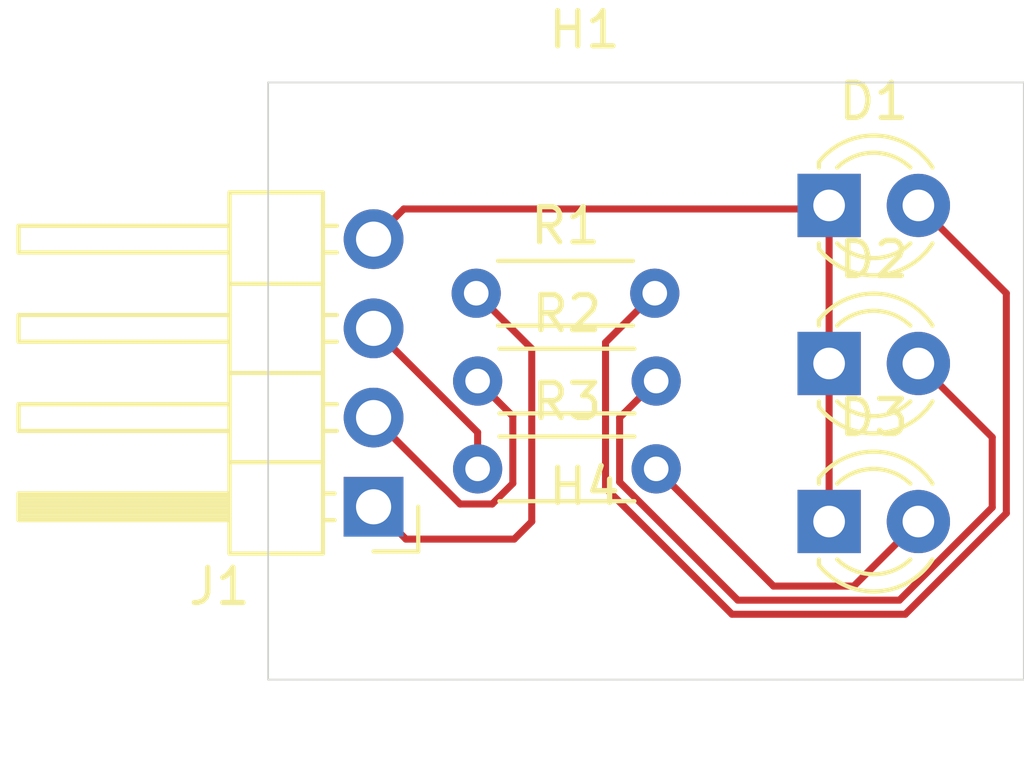
<source format=kicad_pcb>
(kicad_pcb (version 20241229) (generator "pcbnew") (generator_version "9.0")
  (layers (0 "F.Cu" signal) (2 "B.Cu" signal) (13 "F.Paste" user) (15 "B.Paste" user) (5 "F.SilkS" user "F.Silkscreen") (7 "B.SilkS" user "B.Silkscreen") (1 "F.Mask" user) (3 "B.Mask" user) (25 "Edge.Cuts" user))
  (net 0 "")
  (net 1 "Net-(J1-Pin_1)")
  (net 2 "Net-(J1-Pin_3)")
  (net 3 "Net-(J1-Pin_2)")
  (net 4 "Net-(D3-A)")
  (net 5 "Net-(D2-A)")
  (net 6 "Net-(D1-K)")
  (net 7 "Net-(D1-A)")
  (footprint "Resistor_THT:R_Axial_DIN0204_L3.6mm_D1.6mm_P5.08mm_Horizontal" (layer "F.Cu") (at 152.46 109)
    (property "Reference" "R2" (at 2.54 -1.92 0) (layer "F.SilkS"))
    (property "Value" "R")
    (fp_line (start 0.62 -0.92) (end 4.46 -0.92) (stroke (width 0.12)) (layer "F.SilkS"))
    (fp_line (start 0.62 0.92) (end 4.46 0.92) (stroke (width 0.12)) (layer "F.SilkS"))
    (pad "1" thru_hole circle (at 0 0) (size 1.4 1.4) (drill 0.7) (layers "*.Cu" "*.Mask") (net 3 "Net-(J1-Pin_2)"))
    (pad "2" thru_hole oval (at 5.08 0) (size 1.4 1.4) (drill 0.7) (layers "*.Cu" "*.Mask") (net 5 "Net-(D2-A)"))
  )
  (footprint "LED_THT:LED_D3.0mm" (layer "F.Cu") (at 162.46 104)
    (property "Reference" "D1" (at 1.27 -2.96 0) (layer "F.SilkS"))
    (property "Value" "LED")
    (fp_line (start -0.29 -1.236) (end -0.29 -1.08) (stroke (width 0.12)) (layer "F.SilkS"))
    (fp_line (start -0.29 1.08) (end -0.29 1.236) (stroke (width 0.12)) (layer "F.SilkS"))
    (fp_arc (start -0.29 -1.235516) (mid 1.365624 -1.987701) (end 2.941397 -1.080061) (stroke (width 0.12)) (layer "F.SilkS"))
    (fp_arc (start 0.229039 -1.08) (mid 1.269964 -1.5) (end 2.31091 -1.080049) (stroke (width 0.12)) (layer "F.SilkS"))
    (fp_arc (start 2.31091 1.080049) (mid 1.269964 1.5) (end 0.229039 1.08) (stroke (width 0.12)) (layer "F.SilkS"))
    (fp_arc (start 2.941397 1.080061) (mid 1.365624 1.987701) (end -0.29 1.235516) (stroke (width 0.12)) (layer "F.SilkS"))
    (pad "1" thru_hole rect (at 0 0) (size 1.8 1.8) (drill 0.9) (layers "*.Cu" "*.Mask") (net 6 "Net-(D1-K)"))
    (pad "2" thru_hole circle (at 2.54 0) (size 1.8 1.8) (drill 0.9) (layers "*.Cu" "*.Mask") (net 7 "Net-(D1-A)"))
  )
  (footprint "Connector_PinHeader_2.54mm:PinHeader_1x04_P2.54mm_Horizontal" (layer "F.Cu") (at 149.5 112.58 180)
    (property "Reference" "J1" (at 4.385 -2.27 180) (layer "F.SilkS"))
    (property "Value" "Conn_01x04_Pin")
    (fp_line (start 10.1 8) (end 4.1 8) (stroke (width 0.12)) (layer "F.SilkS"))
    (fp_line (start 10.1 7.24) (end 10.1 8) (stroke (width 0.12)) (layer "F.SilkS"))
    (fp_line (start 10.1 5.46) (end 4.1 5.46) (stroke (width 0.12)) (layer "F.SilkS"))
    (fp_line (start 10.1 4.7) (end 10.1 5.46) (stroke (width 0.12)) (layer "F.SilkS"))
    (fp_line (start 10.1 2.92) (end 4.1 2.92) (stroke (width 0.12)) (layer "F.SilkS"))
    (fp_line (start 10.1 2.16) (end 10.1 2.92) (stroke (width 0.12)) (layer "F.SilkS"))
    (fp_line (start 10.1 0.38) (end 4.1 0.38) (stroke (width 0.12)) (layer "F.SilkS"))
    (fp_line (start 10.1 -0.38) (end 10.1 0.38) (stroke (width 0.12)) (layer "F.SilkS"))
    (fp_line (start 4.1 8.95) (end 4.1 -1.33) (stroke (width 0.12)) (layer "F.SilkS"))
    (fp_line (start 4.1 7.24) (end 10.1 7.24) (stroke (width 0.12)) (layer "F.SilkS"))
    (fp_line (start 4.1 4.7) (end 10.1 4.7) (stroke (width 0.12)) (layer "F.SilkS"))
    (fp_line (start 4.1 2.16) (end 10.1 2.16) (stroke (width 0.12)) (layer "F.SilkS"))
    (fp_line (start 4.1 0.28) (end 10.1 0.28) (stroke (width 0.12)) (layer "F.SilkS"))
    (fp_line (start 4.1 0.16) (end 10.1 0.16) (stroke (width 0.12)) (layer "F.SilkS"))
    (fp_line (start 4.1 0.04) (end 10.1 0.04) (stroke (width 0.12)) (layer "F.SilkS"))
    (fp_line (start 4.1 -0.08) (end 10.1 -0.08) (stroke (width 0.12)) (layer "F.SilkS"))
    (fp_line (start 4.1 -0.2) (end 10.1 -0.2) (stroke (width 0.12)) (layer "F.SilkS"))
    (fp_line (start 4.1 -0.32) (end 10.1 -0.32) (stroke (width 0.12)) (layer "F.SilkS"))
    (fp_line (start 4.1 -0.38) (end 10.1 -0.38) (stroke (width 0.12)) (layer "F.SilkS"))
    (fp_line (start 4.1 -1.33) (end 1.44 -1.33) (stroke (width 0.12)) (layer "F.SilkS"))
    (fp_line (start 1.44 8.95) (end 4.1 8.95) (stroke (width 0.12)) (layer "F.SilkS"))
    (fp_line (start 1.44 6.35) (end 4.1 6.35) (stroke (width 0.12)) (layer "F.SilkS"))
    (fp_line (start 1.44 3.81) (end 4.1 3.81) (stroke (width 0.12)) (layer "F.SilkS"))
    (fp_line (start 1.44 1.27) (end 4.1 1.27) (stroke (width 0.12)) (layer "F.SilkS"))
    (fp_line (start 1.44 -1.33) (end 1.44 8.95) (stroke (width 0.12)) (layer "F.SilkS"))
    (fp_line (start 1.11 0.38) (end 1.44 0.38) (stroke (width 0.12)) (layer "F.SilkS"))
    (fp_line (start 1.11 -0.38) (end 1.44 -0.38) (stroke (width 0.12)) (layer "F.SilkS"))
    (fp_line (start 1.042929 8) (end 1.44 8) (stroke (width 0.12)) (layer "F.SilkS"))
    (fp_line (start 1.042929 7.24) (end 1.44 7.24) (stroke (width 0.12)) (layer "F.SilkS"))
    (fp_line (start 1.042929 5.46) (end 1.44 5.46) (stroke (width 0.12)) (layer "F.SilkS"))
    (fp_line (start 1.042929 4.7) (end 1.44 4.7) (stroke (width 0.12)) (layer "F.SilkS"))
    (fp_line (start 1.042929 2.92) (end 1.44 2.92) (stroke (width 0.12)) (layer "F.SilkS"))
    (fp_line (start 1.042929 2.16) (end 1.44 2.16) (stroke (width 0.12)) (layer "F.SilkS"))
    (fp_line (start -1.27 0) (end -1.27 -1.27) (stroke (width 0.12)) (layer "F.SilkS"))
    (fp_line (start -1.27 -1.27) (end 0 -1.27) (stroke (width 0.12)) (layer "F.SilkS"))
    (pad "1" thru_hole rect (at 0 0 180) (size 1.7 1.7) (drill 1) (layers "*.Cu" "*.Mask") (net 1 "Net-(J1-Pin_1)"))
    (pad "2" thru_hole oval (at 0 2.54 180) (size 1.7 1.7) (drill 1) (layers "*.Cu" "*.Mask") (net 3 "Net-(J1-Pin_2)"))
    (pad "3" thru_hole oval (at 0 5.08 180) (size 1.7 1.7) (drill 1) (layers "*.Cu" "*.Mask") (net 2 "Net-(J1-Pin_3)"))
    (pad "4" thru_hole oval (at 0 7.62 180) (size 1.7 1.7) (drill 1) (layers "*.Cu" "*.Mask") (net 6 "Net-(D1-K)"))
  )
  (footprint "Resistor_THT:R_Axial_DIN0204_L3.6mm_D1.6mm_P5.08mm_Horizontal" (layer "F.Cu") (at 152.42 106.5)
    (property "Reference" "R1" (at 2.54 -1.92 0) (layer "F.SilkS"))
    (property "Value" "R")
    (fp_line (start 0.62 -0.92) (end 4.46 -0.92) (stroke (width 0.12)) (layer "F.SilkS"))
    (fp_line (start 0.62 0.92) (end 4.46 0.92) (stroke (width 0.12)) (layer "F.SilkS"))
    (pad "1" thru_hole circle (at 0 0) (size 1.4 1.4) (drill 0.7) (layers "*.Cu" "*.Mask") (net 1 "Net-(J1-Pin_1)"))
    (pad "2" thru_hole oval (at 5.08 0) (size 1.4 1.4) (drill 0.7) (layers "*.Cu" "*.Mask") (net 7 "Net-(D1-A)"))
  )
  (footprint "LED_THT:LED_D3.0mm" (layer "F.Cu") (at 162.46 108.5)
    (property "Reference" "D2" (at 1.27 -2.96 0) (layer "F.SilkS"))
    (property "Value" "LED")
    (fp_line (start -0.29 -1.236) (end -0.29 -1.08) (stroke (width 0.12)) (layer "F.SilkS"))
    (fp_line (start -0.29 1.08) (end -0.29 1.236) (stroke (width 0.12)) (layer "F.SilkS"))
    (fp_arc (start -0.29 -1.235516) (mid 1.365624 -1.987701) (end 2.941397 -1.080061) (stroke (width 0.12)) (layer "F.SilkS"))
    (fp_arc (start 0.229039 -1.08) (mid 1.269964 -1.5) (end 2.31091 -1.080049) (stroke (width 0.12)) (layer "F.SilkS"))
    (fp_arc (start 2.31091 1.080049) (mid 1.269964 1.5) (end 0.229039 1.08) (stroke (width 0.12)) (layer "F.SilkS"))
    (fp_arc (start 2.941397 1.080061) (mid 1.365624 1.987701) (end -0.29 1.235516) (stroke (width 0.12)) (layer "F.SilkS"))
    (pad "1" thru_hole rect (at 0 0) (size 1.8 1.8) (drill 0.9) (layers "*.Cu" "*.Mask") (net 6 "Net-(D1-K)"))
    (pad "2" thru_hole circle (at 2.54 0) (size 1.8 1.8) (drill 0.9) (layers "*.Cu" "*.Mask") (net 5 "Net-(D2-A)"))
  )
  (footprint "LED_THT:LED_D3.0mm" (layer "F.Cu") (at 162.46 113)
    (property "Reference" "D3" (at 1.27 -2.96 0) (layer "F.SilkS"))
    (property "Value" "LED")
    (fp_line (start -0.29 -1.236) (end -0.29 -1.08) (stroke (width 0.12)) (layer "F.SilkS"))
    (fp_line (start -0.29 1.08) (end -0.29 1.236) (stroke (width 0.12)) (layer "F.SilkS"))
    (fp_arc (start -0.29 -1.235516) (mid 1.365624 -1.987701) (end 2.941397 -1.080061) (stroke (width 0.12)) (layer "F.SilkS"))
    (fp_arc (start 0.229039 -1.08) (mid 1.269964 -1.5) (end 2.31091 -1.080049) (stroke (width 0.12)) (layer "F.SilkS"))
    (fp_arc (start 2.31091 1.080049) (mid 1.269964 1.5) (end 0.229039 1.08) (stroke (width 0.12)) (layer "F.SilkS"))
    (fp_arc (start 2.941397 1.080061) (mid 1.365624 1.987701) (end -0.29 1.235516) (stroke (width 0.12)) (layer "F.SilkS"))
    (pad "1" thru_hole rect (at 0 0) (size 1.8 1.8) (drill 0.9) (layers "*.Cu" "*.Mask") (net 6 "Net-(D1-K)"))
    (pad "2" thru_hole circle (at 2.54 0) (size 1.8 1.8) (drill 0.9) (layers "*.Cu" "*.Mask") (net 4 "Net-(D3-A)"))
  )
  (footprint "MountingHole:MountingHole_2.5mm" (layer "F.Cu") (at 155.5 102.5)
    (property "Reference" "H1" (at 0 -3.5 0) (layer "F.SilkS"))
    (property "Value" "MountingHole")
    (pad "" np_thru_hole circle (at 0 0) (size 2.5 2.5) (drill 2.5) (layers "*.Cu" "*.Mask"))
  )
  (footprint "Resistor_THT:R_Axial_DIN0204_L3.6mm_D1.6mm_P5.08mm_Horizontal" (layer "F.Cu") (at 152.46 111.5)
    (property "Reference" "R3" (at 2.54 -1.92 0) (layer "F.SilkS"))
    (property "Value" "R")
    (fp_line (start 0.62 -0.92) (end 4.46 -0.92) (stroke (width 0.12)) (layer "F.SilkS"))
    (fp_line (start 0.62 0.92) (end 4.46 0.92) (stroke (width 0.12)) (layer "F.SilkS"))
    (pad "1" thru_hole circle (at 0 0) (size 1.4 1.4) (drill 0.7) (layers "*.Cu" "*.Mask") (net 2 "Net-(J1-Pin_3)"))
    (pad "2" thru_hole oval (at 5.08 0) (size 1.4 1.4) (drill 0.7) (layers "*.Cu" "*.Mask") (net 4 "Net-(D3-A)"))
  )
  (footprint "MountingHole:MountingHole_2.5mm" (layer "F.Cu") (at 155.5 115.5)
    (property "Reference" "H4" (at 0 -3.5 0) (layer "F.SilkS"))
    (property "Value" "MountingHole")
    (pad "" np_thru_hole circle (at 0 0) (size 2.5 2.5) (drill 2.5) (layers "*.Cu" "*.Mask"))
  )
  (gr_line (start 168 117.5) (end 146.5 117.5) (stroke (width 0.05)) (layer "Edge.Cuts"))
  (gr_line (start 146.5 100.5) (end 168 100.5) (stroke (width 0.05)) (layer "Edge.Cuts"))
  (gr_line (start 146.5 117.5) (end 146.5 100.5) (stroke (width 0.05)) (layer "Edge.Cuts"))
  (gr_line (start 168 100.5) (end 168 117.5) (stroke (width 0.05)) (layer "Edge.Cuts"))
  (segment (start 154 108.08) (end 154 113) (width 0.2) (layer "F.Cu") (net 1))
  (segment (start 154 113) (end 153.5 113.5) (width 0.2) (layer "F.Cu") (net 1))
  (segment (start 153.5 113.5) (end 150.42 113.5) (width 0.2) (layer "F.Cu") (net 1))
  (segment (start 150.42 113.5) (end 149.5 112.58) (width 0.2) (layer "F.Cu") (net 1))
  (segment (start 152.42 106.5) (end 154 108.08) (width 0.2) (layer "F.Cu") (net 1))
  (segment (start 152.46 110.46) (end 149.5 107.5) (width 0.2) (layer "F.Cu") (net 2))
  (segment (start 152.46 111.5) (end 152.46 110.46) (width 0.2) (layer "F.Cu") (net 2))
  (segment (start 153.461 110.001) (end 153.461 111.914628) (width 0.2) (layer "F.Cu") (net 3))
  (segment (start 152.875628 112.5) (end 151.96 112.5) (width 0.2) (layer "F.Cu") (net 3))
  (segment (start 152.46 109) (end 153.461 110.001) (width 0.2) (layer "F.Cu") (net 3))
  (segment (start 153.461 111.914628) (end 152.875628 112.5) (width 0.2) (layer "F.Cu") (net 3))
  (segment (start 151.96 112.5) (end 149.5 110.04) (width 0.2) (layer "F.Cu") (net 3))
  (segment (start 160.876844 114.836844) (end 157.54 111.5) (width 0.2) (layer "F.Cu") (net 4))
  (segment (start 165 113) (end 163.163156 114.836844) (width 0.2) (layer "F.Cu") (net 4))
  (segment (start 163.163156 114.836844) (end 160.876844 114.836844) (width 0.2) (layer "F.Cu") (net 4))
  (segment (start 164.460627 115.237844) (end 159.862216 115.237844) (width 0.2) (layer "F.Cu") (net 5))
  (segment (start 165 108.5) (end 167.101 110.601) (width 0.2) (layer "F.Cu") (net 5))
  (segment (start 167.101 110.601) (end 167.101 112.597471) (width 0.2) (layer "F.Cu") (net 5))
  (segment (start 156.5 110.04) (end 157.54 109) (width 0.2) (layer "F.Cu") (net 5))
  (segment (start 159.862216 115.237844) (end 156.5 111.875628) (width 0.2) (layer "F.Cu") (net 5))
  (segment (start 156.5 111.875628) (end 156.5 110.04) (width 0.2) (layer "F.Cu") (net 5))
  (segment (start 167.101 112.597471) (end 164.460627 115.237844) (width 0.2) (layer "F.Cu") (net 5))
  (segment (start 162.46 108.5) (end 162.46 104) (width 0.2) (layer "F.Cu") (net 6))
  (segment (start 162.359 104.101) (end 150.359 104.101) (width 0.2) (layer "F.Cu") (net 6))
  (segment (start 162.46 113) (end 162.46 108.5) (width 0.2) (layer "F.Cu") (net 6))
  (segment (start 162.46 104) (end 162.359 104.101) (width 0.2) (layer "F.Cu") (net 6))
  (segment (start 150.359 104.101) (end 149.5 104.96) (width 0.2) (layer "F.Cu") (net 6))
  (segment (start 167.502 106.502) (end 167.502 112.763571) (width 0.2) (layer "F.Cu") (net 7))
  (segment (start 156.099 107.901) (end 157.5 106.5) (width 0.2) (layer "F.Cu") (net 7))
  (segment (start 156.099 112.041728) (end 156.099 107.901) (width 0.2) (layer "F.Cu") (net 7))
  (segment (start 165 104) (end 167.502 106.502) (width 0.2) (layer "F.Cu") (net 7))
  (segment (start 167.502 112.763571) (end 164.626727 115.638844) (width 0.2) (layer "F.Cu") (net 7))
  (segment (start 164.626727 115.638844) (end 159.696116 115.638844) (width 0.2) (layer "F.Cu") (net 7))
  (segment (start 159.696116 115.638844) (end 156.099 112.041728) (width 0.2) (layer "F.Cu") (net 7))
)
</source>
